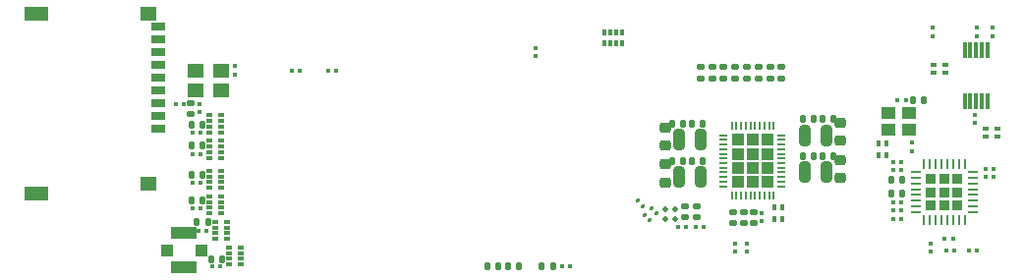
<source format=gbr>
%TF.GenerationSoftware,KiCad,Pcbnew,(6.0.2)*%
%TF.CreationDate,2022-03-22T23:14:37+08:00*%
%TF.ProjectId,som,736f6d2e-6b69-4636-9164-5f7063625858,V0R1*%
%TF.SameCoordinates,Original*%
%TF.FileFunction,Paste,Top*%
%TF.FilePolarity,Positive*%
%FSLAX46Y46*%
G04 Gerber Fmt 4.6, Leading zero omitted, Abs format (unit mm)*
G04 Created by KiCad (PCBNEW (6.0.2)) date 2022-03-22 23:14:37*
%MOMM*%
%LPD*%
G01*
G04 APERTURE LIST*
G04 Aperture macros list*
%AMRoundRect*
0 Rectangle with rounded corners*
0 $1 Rounding radius*
0 $2 $3 $4 $5 $6 $7 $8 $9 X,Y pos of 4 corners*
0 Add a 4 corners polygon primitive as box body*
4,1,4,$2,$3,$4,$5,$6,$7,$8,$9,$2,$3,0*
0 Add four circle primitives for the rounded corners*
1,1,$1+$1,$2,$3*
1,1,$1+$1,$4,$5*
1,1,$1+$1,$6,$7*
1,1,$1+$1,$8,$9*
0 Add four rect primitives between the rounded corners*
20,1,$1+$1,$2,$3,$4,$5,0*
20,1,$1+$1,$4,$5,$6,$7,0*
20,1,$1+$1,$6,$7,$8,$9,0*
20,1,$1+$1,$8,$9,$2,$3,0*%
G04 Aperture macros list end*
%ADD10RoundRect,0.147500X-0.147500X-0.172500X0.147500X-0.172500X0.147500X0.172500X-0.147500X0.172500X0*%
%ADD11R,1.400000X1.200000*%
%ADD12RoundRect,0.140000X0.170000X-0.140000X0.170000X0.140000X-0.170000X0.140000X-0.170000X-0.140000X0*%
%ADD13RoundRect,0.225000X-0.250000X0.225000X-0.250000X-0.225000X0.250000X-0.225000X0.250000X0.225000X0*%
%ADD14RoundRect,0.079500X-0.100500X0.079500X-0.100500X-0.079500X0.100500X-0.079500X0.100500X0.079500X0*%
%ADD15RoundRect,0.243750X-0.243750X-0.656250X0.243750X-0.656250X0.243750X0.656250X-0.243750X0.656250X0*%
%ADD16RoundRect,0.140000X0.140000X0.170000X-0.140000X0.170000X-0.140000X-0.170000X0.140000X-0.170000X0*%
%ADD17RoundRect,0.140000X-0.140000X-0.170000X0.140000X-0.170000X0.140000X0.170000X-0.140000X0.170000X0*%
%ADD18RoundRect,0.243750X0.243750X0.656250X-0.243750X0.656250X-0.243750X-0.656250X0.243750X-0.656250X0*%
%ADD19RoundRect,0.140000X-0.170000X0.140000X-0.170000X-0.140000X0.170000X-0.140000X0.170000X0.140000X0*%
%ADD20RoundRect,0.079500X0.079500X0.100500X-0.079500X0.100500X-0.079500X-0.100500X0.079500X-0.100500X0*%
%ADD21RoundRect,0.079500X-0.079500X-0.100500X0.079500X-0.100500X0.079500X0.100500X-0.079500X0.100500X0*%
%ADD22R,1.100000X1.000000*%
%ADD23R,1.000000X1.000000*%
%ADD24R,0.800000X0.220000*%
%ADD25R,0.220000X0.800000*%
%ADD26RoundRect,0.147500X0.147500X0.172500X-0.147500X0.172500X-0.147500X-0.172500X0.147500X-0.172500X0*%
%ADD27RoundRect,0.079500X0.100500X-0.079500X0.100500X0.079500X-0.100500X0.079500X-0.100500X-0.079500X0*%
%ADD28RoundRect,0.232500X0.232500X-0.232500X0.232500X0.232500X-0.232500X0.232500X-0.232500X-0.232500X0*%
%ADD29RoundRect,0.062500X0.062500X-0.375000X0.062500X0.375000X-0.062500X0.375000X-0.062500X-0.375000X0*%
%ADD30RoundRect,0.062500X0.375000X-0.062500X0.375000X0.062500X-0.375000X0.062500X-0.375000X-0.062500X0*%
%ADD31R,0.400000X0.500000*%
%ADD32RoundRect,0.079500X-0.127279X-0.014849X-0.014849X-0.127279X0.127279X0.014849X0.014849X0.127279X0*%
%ADD33R,0.500000X0.400000*%
%ADD34R,0.500000X0.300000*%
%ADD35RoundRect,0.147500X0.172500X-0.147500X0.172500X0.147500X-0.172500X0.147500X-0.172500X-0.147500X0*%
%ADD36RoundRect,0.112500X-0.112500X-0.112500X0.112500X-0.112500X0.112500X0.112500X-0.112500X0.112500X0*%
%ADD37R,2.200000X1.050000*%
%ADD38R,0.300000X1.400000*%
%ADD39R,1.150000X1.000000*%
%ADD40R,1.300000X0.700000*%
%ADD41R,2.000000X1.200000*%
%ADD42R,0.300000X0.500000*%
G04 APERTURE END LIST*
D10*
%TO.C,D2*%
X45415000Y-22350000D03*
X46385000Y-22350000D03*
%TD*%
D11*
%TO.C,X4*%
X18500000Y-7250000D03*
X20700000Y-7250000D03*
X20700000Y-5550000D03*
X18500000Y-5550000D03*
%TD*%
D12*
%TO.C,C115*%
X69000000Y-6180000D03*
X69000000Y-5220000D03*
%TD*%
D13*
%TO.C,C100*%
X74000000Y-10025000D03*
X74000000Y-11575000D03*
%TD*%
D14*
%TO.C,C118*%
X67300000Y-18470000D03*
X67300000Y-17780000D03*
%TD*%
D15*
%TO.C,L3*%
X70962500Y-11100000D03*
X72837500Y-11100000D03*
%TD*%
D16*
%TO.C,C101*%
X73480000Y-9700000D03*
X72520000Y-9700000D03*
%TD*%
D17*
%TO.C,C106*%
X59520000Y-13300000D03*
X60480000Y-13300000D03*
%TD*%
D18*
%TO.C,L5*%
X62037500Y-11500000D03*
X60162500Y-11500000D03*
%TD*%
D15*
%TO.C,L2*%
X70962500Y-14300000D03*
X72837500Y-14300000D03*
%TD*%
D19*
%TO.C,C119*%
X64800000Y-17720000D03*
X64800000Y-18680000D03*
%TD*%
D12*
%TO.C,C109*%
X63000000Y-6180000D03*
X63000000Y-5220000D03*
%TD*%
D19*
%TO.C,C116*%
X65700000Y-17720000D03*
X65700000Y-18680000D03*
%TD*%
D13*
%TO.C,C105*%
X59000000Y-13625000D03*
X59000000Y-15175000D03*
%TD*%
%TO.C,C107*%
X59000000Y-10425000D03*
X59000000Y-11975000D03*
%TD*%
D19*
%TO.C,C117*%
X66600000Y-17720000D03*
X66600000Y-18680000D03*
%TD*%
D16*
%TO.C,C98*%
X73480000Y-12900000D03*
X72520000Y-12900000D03*
%TD*%
D12*
%TO.C,C103*%
X68000000Y-6180000D03*
X68000000Y-5220000D03*
%TD*%
D13*
%TO.C,C97*%
X74000000Y-13225000D03*
X74000000Y-14775000D03*
%TD*%
D18*
%TO.C,L4*%
X62037500Y-14700000D03*
X60162500Y-14700000D03*
%TD*%
D17*
%TO.C,C108*%
X59520000Y-10100000D03*
X60480000Y-10100000D03*
%TD*%
D12*
%TO.C,C110*%
X62000000Y-6180000D03*
X62000000Y-5220000D03*
%TD*%
D20*
%TO.C,C36*%
X18255000Y-17400000D03*
X18945000Y-17400000D03*
%TD*%
D12*
%TO.C,C113*%
X67000000Y-6180000D03*
X67000000Y-5220000D03*
%TD*%
D16*
%TO.C,C102*%
X62180000Y-10100000D03*
X61220000Y-10100000D03*
%TD*%
D12*
%TO.C,C114*%
X65000000Y-6180000D03*
X65000000Y-5220000D03*
%TD*%
D20*
%TO.C,C34*%
X18945000Y-15200000D03*
X18255000Y-15200000D03*
%TD*%
D12*
%TO.C,C111*%
X64000000Y-6180000D03*
X64000000Y-5220000D03*
%TD*%
D20*
%TO.C,C30*%
X18255000Y-10900000D03*
X18945000Y-10900000D03*
%TD*%
D17*
%TO.C,C99*%
X70820000Y-12900000D03*
X71780000Y-12900000D03*
%TD*%
%TO.C,C96*%
X70820000Y-9700000D03*
X71780000Y-9700000D03*
%TD*%
D20*
%TO.C,C32*%
X18945000Y-12700000D03*
X18255000Y-12700000D03*
%TD*%
D16*
%TO.C,C104*%
X62180000Y-13300000D03*
X61220000Y-13300000D03*
%TD*%
D12*
%TO.C,C112*%
X66000000Y-6180000D03*
X66000000Y-5220000D03*
%TD*%
D20*
%TO.C,C17*%
X29955000Y-5500000D03*
X30645000Y-5500000D03*
%TD*%
D21*
%TO.C,R2*%
X26755000Y-5500000D03*
X27445000Y-5500000D03*
%TD*%
D16*
%TO.C,C41*%
X20780000Y-21800000D03*
X19820000Y-21800000D03*
%TD*%
D22*
%TO.C,U7*%
X65250000Y-13900000D03*
X65250000Y-11500000D03*
X67750000Y-11500000D03*
X67750000Y-15100000D03*
X65250000Y-12700000D03*
X65250000Y-15100000D03*
X67750000Y-13900000D03*
D23*
X66500000Y-12700000D03*
X66500000Y-11500000D03*
X66500000Y-13900000D03*
X66500000Y-15100000D03*
D22*
X67750000Y-12700000D03*
D24*
X69000000Y-15500000D03*
X69000000Y-15100000D03*
X69000000Y-14700000D03*
X69000000Y-14300000D03*
X69000000Y-13900000D03*
X69000000Y-13500000D03*
X69000000Y-13100000D03*
X69000000Y-12700000D03*
X69000000Y-12300000D03*
X69000000Y-11900000D03*
X69000000Y-11500000D03*
X69000000Y-11100000D03*
D25*
X68300000Y-10300000D03*
X67900000Y-10300000D03*
X67500000Y-10300000D03*
X67100000Y-10300000D03*
X66700000Y-10300000D03*
X66300000Y-10300000D03*
X65900000Y-10300000D03*
X65500000Y-10300000D03*
X65100000Y-10300000D03*
X64700000Y-10300000D03*
D24*
X64000000Y-11100000D03*
X64000000Y-11500000D03*
X64000000Y-11900000D03*
X64000000Y-12300000D03*
X64000000Y-12700000D03*
X64000000Y-13100000D03*
X64000000Y-13500000D03*
X64000000Y-13900000D03*
X64000000Y-14300000D03*
X64000000Y-14700000D03*
X64000000Y-15100000D03*
X64000000Y-15500000D03*
D25*
X64700000Y-16300000D03*
X65100000Y-16300000D03*
X65500000Y-16300000D03*
X65900000Y-16300000D03*
X66300000Y-16300000D03*
X66700000Y-16300000D03*
X67100000Y-16300000D03*
X67500000Y-16300000D03*
X67900000Y-16300000D03*
X68300000Y-16300000D03*
%TD*%
D16*
%TO.C,C37*%
X19080000Y-16700000D03*
X18120000Y-16700000D03*
%TD*%
%TO.C,C35*%
X19080000Y-14500000D03*
X18120000Y-14500000D03*
%TD*%
%TO.C,C33*%
X19080000Y-12000000D03*
X18120000Y-12000000D03*
%TD*%
%TO.C,C39*%
X19580000Y-18600000D03*
X18620000Y-18600000D03*
%TD*%
%TO.C,C31*%
X19080000Y-10200000D03*
X18120000Y-10200000D03*
%TD*%
D26*
%TO.C,D3*%
X44585000Y-22350000D03*
X43615000Y-22350000D03*
%TD*%
D27*
%TO.C,R14*%
X47800000Y-4245000D03*
X47800000Y-3555000D03*
%TD*%
D14*
%TO.C,D15*%
X87200000Y-1855000D03*
X87200000Y-2545000D03*
%TD*%
D21*
%TO.C,D11*%
X85845000Y-21000000D03*
X85155000Y-21000000D03*
%TD*%
D14*
%TO.C,D8*%
X82000000Y-1855000D03*
X82000000Y-2545000D03*
%TD*%
D20*
%TO.C,C9*%
X86580000Y-14700000D03*
X87270000Y-14700000D03*
%TD*%
D21*
%TO.C,C6*%
X87270000Y-14000000D03*
X86580000Y-14000000D03*
%TD*%
D20*
%TO.C,R5*%
X78630000Y-18300000D03*
X79320000Y-18300000D03*
%TD*%
%TO.C,C7*%
X78630000Y-17600000D03*
X79320000Y-17600000D03*
%TD*%
%TO.C,C5*%
X78630000Y-13400000D03*
X79320000Y-13400000D03*
%TD*%
D21*
%TO.C,C8*%
X78630000Y-14100000D03*
X79320000Y-14100000D03*
%TD*%
%TO.C,C13*%
X78630000Y-16900000D03*
X79320000Y-16900000D03*
%TD*%
D20*
%TO.C,C4*%
X83745000Y-20000000D03*
X83055000Y-20000000D03*
%TD*%
D28*
%TO.C,U3*%
X83000000Y-14850000D03*
X84150000Y-17150000D03*
X83000000Y-16000000D03*
X81850000Y-14850000D03*
X81850000Y-17150000D03*
X83000000Y-17150000D03*
X81850000Y-16000000D03*
X84150000Y-14850000D03*
X84150000Y-16000000D03*
D29*
X81250000Y-18437500D03*
X81750000Y-18437500D03*
X82250000Y-18437500D03*
X82750000Y-18437500D03*
X83250000Y-18437500D03*
X83750000Y-18437500D03*
X84250000Y-18437500D03*
X84750000Y-18437500D03*
D30*
X85437500Y-17750000D03*
X85437500Y-17250000D03*
X85437500Y-16750000D03*
X85437500Y-16250000D03*
X85437500Y-15750000D03*
X85437500Y-15250000D03*
X85437500Y-14750000D03*
X85437500Y-14250000D03*
D29*
X84750000Y-13562500D03*
X84250000Y-13562500D03*
X83750000Y-13562500D03*
X83250000Y-13562500D03*
X82750000Y-13562500D03*
X82250000Y-13562500D03*
X81750000Y-13562500D03*
X81250000Y-13562500D03*
D30*
X80562500Y-14250000D03*
X80562500Y-14750000D03*
X80562500Y-15250000D03*
X80562500Y-15750000D03*
X80562500Y-16250000D03*
X80562500Y-16750000D03*
X80562500Y-17250000D03*
X80562500Y-17750000D03*
%TD*%
D17*
%TO.C,C11*%
X78420000Y-14900000D03*
X79380000Y-14900000D03*
%TD*%
%TO.C,C14*%
X78420000Y-16100000D03*
X79380000Y-16100000D03*
%TD*%
D31*
%TO.C,RN7*%
X77350000Y-12800000D03*
X78050000Y-12800000D03*
X78050000Y-11800000D03*
X77350000Y-11800000D03*
%TD*%
D14*
%TO.C,C3*%
X85600000Y-9355000D03*
X85600000Y-10045000D03*
%TD*%
D32*
%TO.C,R15*%
X57756048Y-17356048D03*
X58243952Y-17843952D03*
%TD*%
%TO.C,R17*%
X56556048Y-16756048D03*
X57043952Y-17243952D03*
%TD*%
D21*
%TO.C,R18*%
X60745000Y-19000000D03*
X60055000Y-19000000D03*
%TD*%
D33*
%TO.C,RN1*%
X19700000Y-9350000D03*
D34*
X19700000Y-9850000D03*
X19700000Y-10350000D03*
D33*
X19700000Y-10850000D03*
X20700000Y-10850000D03*
D34*
X20700000Y-10350000D03*
X20700000Y-9850000D03*
D33*
X20700000Y-9350000D03*
%TD*%
%TO.C,RN2*%
X19700000Y-11550000D03*
D34*
X19700000Y-12050000D03*
X19700000Y-12550000D03*
D33*
X19700000Y-13050000D03*
X20700000Y-13050000D03*
D34*
X20700000Y-12550000D03*
X20700000Y-12050000D03*
D33*
X20700000Y-11550000D03*
%TD*%
%TO.C,RN4*%
X19700000Y-14150000D03*
D34*
X19700000Y-14650000D03*
X19700000Y-15150000D03*
D33*
X19700000Y-15650000D03*
X20700000Y-15650000D03*
D34*
X20700000Y-15150000D03*
X20700000Y-14650000D03*
D33*
X20700000Y-14150000D03*
%TD*%
%TO.C,RN5*%
X19700000Y-16350000D03*
D34*
X19700000Y-16850000D03*
X19700000Y-17350000D03*
D33*
X19700000Y-17850000D03*
X20700000Y-17850000D03*
D34*
X20700000Y-17350000D03*
X20700000Y-16850000D03*
D33*
X20700000Y-16350000D03*
%TD*%
%TO.C,RN6*%
X20200000Y-18550000D03*
D34*
X20200000Y-19050000D03*
X20200000Y-19550000D03*
D33*
X20200000Y-20050000D03*
X21200000Y-20050000D03*
D34*
X21200000Y-19550000D03*
X21200000Y-19050000D03*
D33*
X21200000Y-18550000D03*
%TD*%
D35*
%TO.C,D5*%
X60700000Y-18185000D03*
X60700000Y-17215000D03*
%TD*%
%TO.C,D6*%
X61700000Y-18185000D03*
X61700000Y-17215000D03*
%TD*%
D32*
%TO.C,R16*%
X57156048Y-17956048D03*
X57643952Y-18443952D03*
%TD*%
D36*
%TO.C,D4*%
X58975000Y-17475000D03*
X59825000Y-17475000D03*
X59825000Y-18325000D03*
X58975000Y-18325000D03*
%TD*%
D20*
%TO.C,R19*%
X61555000Y-19000000D03*
X62245000Y-19000000D03*
%TD*%
D31*
%TO.C,RN12*%
X69050000Y-17300000D03*
X68350000Y-17300000D03*
X68350000Y-18300000D03*
X69050000Y-18300000D03*
%TD*%
D20*
%TO.C,C38*%
X18755000Y-19300000D03*
X19445000Y-19300000D03*
%TD*%
D23*
%TO.C,AE1*%
X16000000Y-21000000D03*
D37*
X17500000Y-22475000D03*
X17500000Y-19525000D03*
D23*
X19000000Y-21000000D03*
%TD*%
D20*
%TO.C,C40*%
X20645000Y-22400000D03*
X19955000Y-22400000D03*
%TD*%
D33*
%TO.C,RN8*%
X21400000Y-20750000D03*
D34*
X21400000Y-21250000D03*
X21400000Y-21750000D03*
D33*
X21400000Y-22250000D03*
X22400000Y-22250000D03*
D34*
X22400000Y-21750000D03*
X22400000Y-21250000D03*
D33*
X22400000Y-20750000D03*
%TD*%
D38*
%TO.C,U2*%
X86750000Y-3800000D03*
X86250000Y-3800000D03*
X85750000Y-3800000D03*
X85250000Y-3800000D03*
X84750000Y-3800000D03*
X84750000Y-8200000D03*
X85250000Y-8200000D03*
X85750000Y-8200000D03*
X86250000Y-8200000D03*
X86750000Y-8200000D03*
%TD*%
D27*
%TO.C,D12*%
X65000000Y-20455000D03*
X65000000Y-21145000D03*
%TD*%
%TO.C,D14*%
X66000000Y-21145000D03*
X66000000Y-20455000D03*
%TD*%
%TO.C,D9*%
X81800000Y-21145000D03*
X81800000Y-20455000D03*
%TD*%
D20*
%TO.C,C23*%
X78980000Y-8100000D03*
X79670000Y-8100000D03*
%TD*%
D39*
%TO.C,X3*%
X79975000Y-9200000D03*
X78225000Y-9200000D03*
X78225000Y-10600000D03*
X79975000Y-10600000D03*
%TD*%
D19*
%TO.C,C85*%
X18100000Y-8320000D03*
X18100000Y-9280000D03*
%TD*%
D14*
%TO.C,C86*%
X18800000Y-8405000D03*
X18800000Y-9095000D03*
%TD*%
D20*
%TO.C,FB4*%
X17470000Y-8400000D03*
X16780000Y-8400000D03*
%TD*%
D14*
%TO.C,D13*%
X85800000Y-2545000D03*
X85800000Y-1855000D03*
%TD*%
D20*
%TO.C,D10*%
X83155000Y-21000000D03*
X83845000Y-21000000D03*
%TD*%
D10*
%TO.C,D7*%
X48315000Y-22350000D03*
X49285000Y-22350000D03*
%TD*%
D20*
%TO.C,R20*%
X50745000Y-22400000D03*
X50055000Y-22400000D03*
%TD*%
D40*
%TO.C,J1*%
X15300000Y-10500000D03*
X15300000Y-9400000D03*
X15300000Y-8300000D03*
X15300000Y-7200000D03*
X15300000Y-6100000D03*
X15300000Y-5000000D03*
X15300000Y-3900000D03*
X15300000Y-2800000D03*
X15300000Y-1700000D03*
D11*
X14450000Y-600000D03*
D41*
X4750000Y-600000D03*
D11*
X14450000Y-15280000D03*
D41*
X4750000Y-16120000D03*
%TD*%
D33*
%TO.C,RN3*%
X83100000Y-5750000D03*
X83100000Y-5050000D03*
X82100000Y-5050000D03*
X82100000Y-5750000D03*
%TD*%
%TO.C,RN11*%
X86550000Y-10500000D03*
X86550000Y-11200000D03*
X87550000Y-11200000D03*
X87550000Y-10500000D03*
%TD*%
D17*
%TO.C,C24*%
X80270000Y-8100000D03*
X81230000Y-8100000D03*
%TD*%
D14*
%TO.C,FB1*%
X80200000Y-11755000D03*
X80200000Y-12445000D03*
%TD*%
D31*
%TO.C,RN10*%
X55250000Y-2200000D03*
D42*
X54750000Y-2200000D03*
X54250000Y-2200000D03*
D31*
X53750000Y-2200000D03*
X53750000Y-3200000D03*
D42*
X54250000Y-3200000D03*
X54750000Y-3200000D03*
D31*
X55250000Y-3200000D03*
%TD*%
D27*
%TO.C,R9*%
X21900000Y-5845000D03*
X21900000Y-5155000D03*
%TD*%
M02*

</source>
